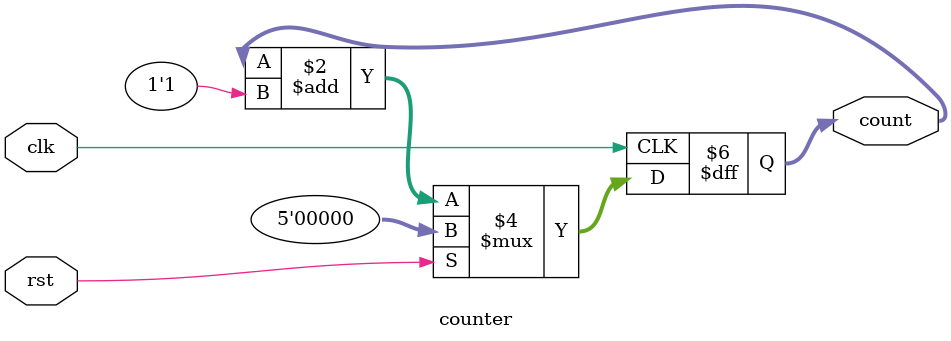
<source format=v>
`timescale 1ns / 1ps


module Accelerator #(parameter N = 8)   //array size
    (
     output [15:0] C00, C01, C02, C03, C04, C05, C06, C07,
           C10, C11, C12, C13, C14, C15, C16, C17,
           C20, C21, C22, C23, C24, C25, C26, C27,
           C30, C31, C32, C33, C34, C35, C36, C37,
           C40, C41, C42, C43, C44, C45, C46, C47,
           C50, C51, C52, C53, C54, C55, C56, C57,
           C60, C61, C62, C63, C64, C65, C66, C67,
           C70, C71, C72, C73, C74, C75, C76, C77,
     input m_clk, rst                                   //FPGA master clock, push button rst
    );
    wire [7:0] A0,A1,A2,A3,A4,A5,A6,A7;     //west side inputs
    wire [7:0] B0,B1,B2,B3,B4,B5,B6,B7;     //north side inputs
    //wire [15:0] c [0:N][0:N];             //output matrix wires
    //wire clk1, clk2;                      //normal and skew clocks
    wire [4:0] count;                       //count variable
    reg stop;                              //stop multiplication flag
    
    //clk_wiz_0 clock_generator (clk1, clk2, rst, , m_clk);
    assign clk = m_clk & (~stop);
    SA multiplier  (C00, C01, C02, C03, C04, C05, C06, C07,
                    C10, C11, C12, C13, C14, C15, C16, C17,
                    C20, C21, C22, C23, C24, C25, C26, C27,
                    C30, C31, C32, C33, C34, C35, C36, C37,
                    C40, C41, C42, C43, C44, C45, C46, C47,
                    C50, C51, C52, C53, C54, C55, C56, C57,
                    C60, C61, C62, C63, C64, C65, C66, C67,
                    C70, C71, C72, C73, C74, C75, C76, C77,            //outputs
                    A0,A1,A2,A3,A4,A5,A6,A7,                             
                    B0,B1,B2,B3,B4,B5,B6,B7,
                    clk, rst);
     SA_control ctrl (A0,A1,A2,A3,A4,A5,A6,A7,
                      B0,B1,B2,B3,B4,B5,B6,B7,
                      count);
     counter global_count (count, clk, rst);
     
     always @ (posedge m_clk)
        begin
            if (rst)
                stop <= 1'b0;
            else if (count > 25)
                stop <=1'b1;
        end
             
endmodule

module counter (                                //global clk cycle count keeper
    output reg [4:0] count,
    input clk, rst
    );
    always @ (posedge clk)
        begin
            if (rst)
                begin
                    count <= 7'd0;
                end
//            if (count > 25)
//                begin
//                    stop <= 1'b1;
//                    count <= 1'b0;
//                end
            else    
                count <= count + 1'd1;    
        end
endmodule

</source>
